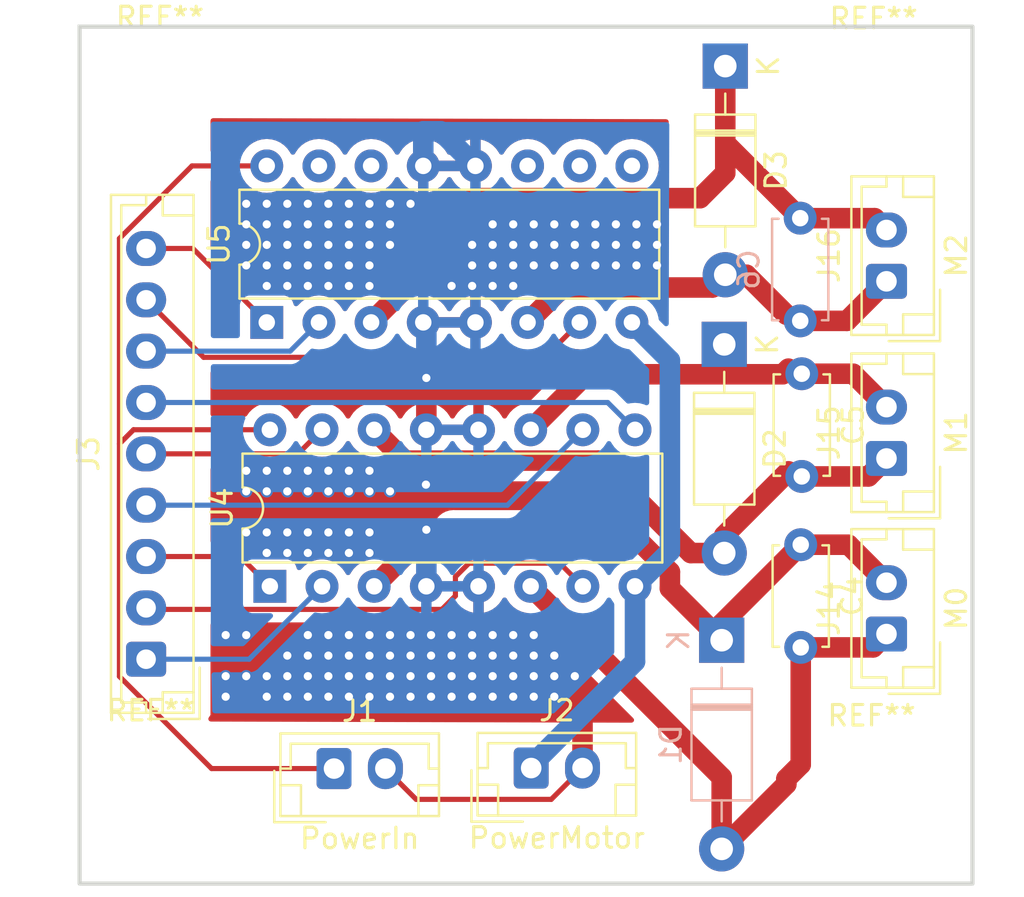
<source format=kicad_pcb>
(kicad_pcb (version 20211014) (generator pcbnew)
  (layers (0 "F.Cu" signal) (31 "B.Cu" signal) (34 "B.Paste" user) (35 "F.Paste" user) (36 "B.SilkS" user "B.Silkscreen") (37 "F.SilkS" user "F.Silkscreen") (38 "B.Mask" user) (39 "F.Mask" user) (44 "Edge.Cuts" user))
  (net 0 "")
  (net 1 "Net-(C5-Pad1)")
  (net 2 "Net-(C4-Pad1)")
  (net 3 "4.5V")
  (net 4 "Net-(C4-Pad2)")
  (net 5 "Net-(C6-Pad2)")
  (net 6 "Net-(J3-Pad5)")
  (net 7 "Net-(J3-Pad2)")
  (net 8 "Net-(J3-Pad4)")
  (net 9 "Net-(J3-Pad1)")
  (net 10 "Net-(J3-Pad6)")
  (net 11 "Net-(J3-Pad3)")
  (net 13 "Net-(J3-Pad8)")
  (net 17 "Net-(J3-Pad7)")
  (net 19 "Net-(J3-Pad9)")
  (net 20 "Net-(C6-Pad1)")
  (net 21 "Vm")
  (net 22 "Net-(C5-Pad2)")
  (net 23 "Gm")
  (footprint "custom:DIP-16_W7.62mm" (layer "F.Cu") (at 51.15 67.625 90)
    (fp_text reference "U4" (at 3.81 -2.33 90) (layer "F.SilkS"))
    (fp_text value "L293D")
    (fp_line (start 6.46 -1.33) (end 4.81 -1.33) (layer "F.SilkS") (width 0.12))
    (fp_line (start 2.81 -1.33) (end 1.16 -1.33) (layer "F.SilkS") (width 0.12))
    (fp_line (start 1.16 -1.33) (end 1.16 19.11) (layer "F.SilkS") (width 0.12))
    (fp_line (start 6.46 19.11) (end 6.46 -1.33) (layer "F.SilkS") (width 0.12))
    (fp_line (start 1.16 19.11) (end 6.46 19.11) (layer "F.SilkS") (width 0.12))
    (fp_arc (start 4.81 -1.33) (mid 3.81 -0.33) (end 2.81 -1.33) (layer "F.SilkS") (width 0.12))
    (pad "1" thru_hole rect locked (at 0 0 90) (size 1.6 1.6) (drill 0.8) (layers *.Cu *.Mask) (net 11 "Net-(J3-Pad3)"))
    (pad "2" thru_hole oval locked (at 0 2.54 90) (size 1.6 1.6) (drill 0.8) (layers *.Cu *.Mask) (net 9 "Net-(J3-Pad1)"))
    (pad "3" thru_hole oval locked (at 0 5.08 90) (size 1.6 1.6) (drill 0.8) (layers *.Cu *.Mask) (net 2 "Net-(C4-Pad1)"))
    (pad "4" thru_hole oval locked (at 0 7.62 90) (size 1.6 1.6) (drill 0.8) (layers *.Cu *.Mask) (net 23 "Gm"))
    (pad "5" thru_hole oval locked (at 0 10.16 90) (size 1.6 1.6) (drill 0.8) (layers *.Cu *.Mask) (net 23 "Gm"))
    (pad "6" thru_hole oval locked (at 0 12.7 90) (size 1.6 1.6) (drill 0.8) (layers *.Cu *.Mask) (net 4 "Net-(C4-Pad2)"))
    (pad "7" thru_hole oval locked (at 0 15.24 90) (size 1.6 1.6) (drill 0.8) (layers *.Cu *.Mask) (net 7 "Net-(J3-Pad2)"))
    (pad "8" thru_hole oval locked (at 0 17.78 90) (size 1.6 1.6) (drill 0.8) (layers *.Cu *.Mask) (net 21 "Vm"))
    (pad "9" thru_hole oval locked (at 7.62 17.78 90) (size 1.6 1.6) (drill 0.8) (layers *.Cu *.Mask) (net 10 "Net-(J3-Pad6)"))
    (pad "10" thru_hole oval locked (at 7.62 15.24 90) (size 1.6 1.6) (drill 0.8) (layers *.Cu *.Mask) (net 8 "Net-(J3-Pad4)"))
    (pad "11" thru_hole oval locked (at 7.62 12.7 90) (size 1.6 1.6) (drill 0.8) (layers *.Cu *.Mask) (net 1 "Net-(C5-Pad1)"))
    (pad "12" thru_hole oval locked (at 7.62 10.16 90) (size 1.6 1.6) (drill 0.8) (layers *.Cu *.Mask) (net 23 "Gm"))
    (pad "13" thru_hole oval locked (at 7.62 7.62 90) (size 1.6 1.6) (drill 0.8) (layers *.Cu *.Mask) (net 23 "Gm"))
    (pad "14" thru_hole oval locked (at 7.62 5.08 90) (size 1.6 1.6) (drill 0.8) (layers *.Cu *.Mask) (net 22 "Net-(C5-Pad2)"))
    (pad "15" thru_hole oval locked (at 7.62 2.54 90) (size 1.6 1.6) (drill 0.8) (layers *.Cu *.Mask) (net 6 "Net-(J3-Pad5)"))
    (pad "16" thru_hole oval locked (at 7.62 0 90) (size 1.6 1.6) (drill 0.8) (layers *.Cu *.Mask) (net 3 "4.5V"))
  )
  (footprint "Capacitor_THT:C_Disc_D4.7mm_W2.5mm_P5.00mm" (layer "F.Cu") (at 77.05 57.275 -90)
    (fp_text reference "C5" (at 2.5 -2.5 90) (layer "F.SilkS"))
    (fp_text value "C_Small")
    (fp_line (start 4.97 -1.37) (end 4.97 -1.055) (layer "F.SilkS") (width 0.12))
    (fp_line (start 0.03 -1.37) (end 0.03 -1.055) (layer "F.SilkS") (width 0.12))
    (fp_line (start 0.03 -1.37) (end 4.97 -1.37) (layer "F.SilkS") (width 0.12))
    (fp_line (start 4.97 1.055) (end 4.97 1.37) (layer "F.SilkS") (width 0.12))
    (fp_line (start 0.03 1.37) (end 4.97 1.37) (layer "F.SilkS") (width 0.12))
    (fp_line (start 0.03 1.055) (end 0.03 1.37) (layer "F.SilkS") (width 0.12))
    (pad "1" thru_hole circle (at 0 0 270) (size 1.6 1.6) (drill 0.8) (layers *.Cu *.Mask) (net 1 "Net-(C5-Pad1)"))
    (pad "2" thru_hole circle (at 5 0 270) (size 1.6 1.6) (drill 0.8) (layers *.Cu *.Mask) (net 22 "Net-(C5-Pad2)"))
  )
  (footprint "custom:JST_EH_B2B-EH-A_1x02_P2.50mm_Vertical" (layer "F.Cu") (at 81.175 69.95 90)
    (fp_text reference "J14" (at 1.25 -2.8 90) (layer "F.SilkS"))
    (fp_text value "M0" (at 1.25 3.4 90) (layer "F.SilkS"))
    (fp_line (start -2.91 0.11) (end -2.91 2.61) (layer "F.SilkS") (width 0.12))
    (fp_line (start 5.11 0.81) (end 4.11 0.81) (layer "F.SilkS") (width 0.12))
    (fp_line (start 4.61 0) (end 5.11 0) (layer "F.SilkS") (width 0.12))
    (fp_line (start 4.11 0.81) (end 4.11 2.31) (layer "F.SilkS") (width 0.12))
    (fp_line (start -2.11 0) (end -2.11 -1.21) (layer "F.SilkS") (width 0.12))
    (fp_line (start -2.61 0.81) (end -1.61 0.81) (layer "F.SilkS") (width 0.12))
    (fp_line (start 5.11 -1.71) (end -2.61 -1.71) (layer "F.SilkS") (width 0.12))
    (fp_line (start -2.61 0) (end -2.11 0) (layer "F.SilkS") (width 0.12))
    (fp_line (start -2.61 2.31) (end 5.11 2.31) (layer "F.SilkS") (width 0.12))
    (fp_line (start -2.11 -1.21) (end 4.61 -1.21) (layer "F.SilkS") (width 0.12))
    (fp_line (start 4.61 -1.21) (end 4.61 0) (layer "F.SilkS") (width 0.12))
    (fp_line (start 5.11 2.31) (end 5.11 -1.71) (layer "F.SilkS") (width 0.12))
    (fp_line (start -2.91 2.61) (end -0.41 2.61) (layer "F.SilkS") (width 0.12))
    (fp_line (start -1.61 0.81) (end -1.61 2.31) (layer "F.SilkS") (width 0.12))
    (fp_line (start -2.61 -1.71) (end -2.61 2.31) (layer "F.SilkS") (width 0.12))
    (pad "1" thru_hole roundrect locked (at 0 0 90) (size 1.7 2) (drill 1) (layers *.Cu *.Mask) (roundrect_rratio 0.147059) (net 4 "Net-(C4-Pad2)"))
    (pad "2" thru_hole oval locked (at 2.5 0 90) (size 1.7 2) (drill 1) (layers *.Cu *.Mask) (net 2 "Net-(C4-Pad1)"))
  )
  (footprint "Capacitor_THT:C_Disc_D4.7mm_W2.5mm_P5.00mm" (layer "F.Cu") (at 77 65.6 -90)
    (fp_text reference "C4" (at 2.5 -2.5 90) (layer "F.SilkS"))
    (fp_text value "C_Small")
    (fp_line (start 4.97 -1.37) (end 4.97 -1.055) (layer "F.SilkS") (width 0.12))
    (fp_line (start 0.03 -1.37) (end 4.97 -1.37) (layer "F.SilkS") (width 0.12))
    (fp_line (start 0.03 1.37) (end 4.97 1.37) (layer "F.SilkS") (width 0.12))
    (fp_line (start 4.97 1.055) (end 4.97 1.37) (layer "F.SilkS") (width 0.12))
    (fp_line (start 0.03 1.055) (end 0.03 1.37) (layer "F.SilkS") (width 0.12))
    (fp_line (start 0.03 -1.37) (end 0.03 -1.055) (layer "F.SilkS") (width 0.12))
    (pad "1" thru_hole circle (at 0 0 270) (size 1.6 1.6) (drill 0.8) (layers *.Cu *.Mask) (net 2 "Net-(C4-Pad1)"))
    (pad "2" thru_hole circle (at 5 0 270) (size 1.6 1.6) (drill 0.8) (layers *.Cu *.Mask) (net 4 "Net-(C4-Pad2)"))
  )
  (footprint "Diode_THT:D_DO-41_SOD81_P10.16mm_Horizontal" (layer "F.Cu") (at 73.325 42.295 -90)
    (fp_text reference "D3" (at 5.08 -2.47 90) (layer "F.SilkS"))
    (fp_text value "1N4001")
    (fp_text user "K" (at 0 -2.1 90) (layer "F.SilkS"))
    (fp_line (start 3.38 -1.47) (end 3.38 1.47) (layer "F.SilkS") (width 0.12))
    (fp_line (start 7.8 -1.47) (end 2.36 -1.47) (layer "F.SilkS") (width 0.12))
    (fp_line (start 7.8 1.47) (end 7.8 -1.47) (layer "F.SilkS") (width 0.12))
    (fp_line (start 8.82 0) (end 7.8 0) (layer "F.SilkS") (width 0.12))
    (fp_line (start 2.36 -1.47) (end 2.36 1.47) (layer "F.SilkS") (width 0.12))
    (fp_line (start 3.14 -1.47) (end 3.14 1.47) (layer "F.SilkS") (width 0.12))
    (fp_line (start 1.34 0) (end 2.36 0) (layer "F.SilkS") (width 0.12))
    (fp_line (start 3.26 -1.47) (end 3.26 1.47) (layer "F.SilkS") (width 0.12))
    (fp_line (start 2.36 1.47) (end 7.8 1.47) (layer "F.SilkS") (width 0.12))
    (pad "1" thru_hole rect (at 0 0 270) (size 2.2 2.2) (drill 1.1) (layers *.Cu *.Mask) (net 20 "Net-(C6-Pad1)"))
    (pad "2" thru_hole oval (at 10.16 0 270) (size 2.2 2.2) (drill 1.1) (layers *.Cu *.Mask) (net 5 "Net-(C6-Pad2)"))
  )
  (footprint "custom:JST_EH_B2B-EH-A_1x02_P2.50mm_Vertical" (layer "F.Cu") (at 81.175 61.4 90)
    (fp_text reference "J15" (at 1.25 -2.8 90) (layer "F.SilkS"))
    (fp_text value "M1" (at 1.25 3.4 90) (layer "F.SilkS"))
    (fp_line (start -2.61 2.31) (end 5.11 2.31) (layer "F.SilkS") (width 0.12))
    (fp_line (start 5.11 2.31) (end 5.11 -1.71) (layer "F.SilkS") (width 0.12))
    (fp_line (start -2.91 2.61) (end -0.41 2.61) (layer "F.SilkS") (width 0.12))
    (fp_line (start -2.11 0) (end -2.11 -1.21) (layer "F.SilkS") (width 0.12))
    (fp_line (start 5.11 0.81) (end 4.11 0.81) (layer "F.SilkS") (width 0.12))
    (fp_line (start 5.11 -1.71) (end -2.61 -1.71) (layer "F.SilkS") (width 0.12))
    (fp_line (start -2.61 0) (end -2.11 0) (layer "F.SilkS") (width 0.12))
    (fp_line (start -1.61 0.81) (end -1.61 2.31) (layer "F.SilkS") (width 0.12))
    (fp_line (start -2.61 0.81) (end -1.61 0.81) (layer "F.SilkS") (width 0.12))
    (fp_line (start -2.61 -1.71) (end -2.61 2.31) (layer "F.SilkS") (width 0.12))
    (fp_line (start -2.11 -1.21) (end 4.61 -1.21) (layer "F.SilkS") (width 0.12))
    (fp_line (start 4.11 0.81) (end 4.11 2.31) (layer "F.SilkS") (width 0.12))
    (fp_line (start -2.91 0.11) (end -2.91 2.61) (layer "F.SilkS") (width 0.12))
    (fp_line (start 4.61 -1.21) (end 4.61 0) (layer "F.SilkS") (width 0.12))
    (fp_line (start 4.61 0) (end 5.11 0) (layer "F.SilkS") (width 0.12))
    (pad "1" thru_hole roundrect locked (at 0 0 90) (size 1.7 2) (drill 1) (layers *.Cu *.Mask) (roundrect_rratio 0.147059) (net 22 "Net-(C5-Pad2)"))
    (pad "2" thru_hole oval locked (at 2.5 0 90) (size 1.7 2) (drill 1) (layers *.Cu *.Mask) (net 1 "Net-(C5-Pad1)"))
  )
  (footprint "custom:MountingHole_3mm" (layer "F.Cu") (at 45.8 43.925)
    (fp_text reference "REF**" (at 0 -4) (layer "F.SilkS"))
    (fp_text value "MountingHole_3mm")
    (pad "" np_thru_hole circle locked (at 0 0) (size 3 3) (drill 3) (layers *.Cu *.Mask))
  )
  (footprint "custom:DIP-16_W7.62mm" (layer "F.Cu") (at 51 54.775 90)
    (fp_text reference "U5" (at 3.81 -2.33 90) (layer "F.SilkS"))
    (fp_text value "L293D")
    (fp_line (start 1.16 -1.33) (end 1.16 19.11) (layer "F.SilkS") (width 0.12))
    (fp_line (start 1.16 19.11) (end 6.46 19.11) (layer "F.SilkS") (width 0.12))
    (fp_line (start 6.46 -1.33) (end 4.81 -1.33) (layer "F.SilkS") (width 0.12))
    (fp_line (start 2.81 -1.33) (end 1.16 -1.33) (layer "F.SilkS") (width 0.12))
    (fp_line (start 6.46 19.11) (end 6.46 -1.33) (layer "F.SilkS") (width 0.12))
    (fp_arc (start 4.81 -1.33) (mid 3.81 -0.33) (end 2.81 -1.33) (layer "F.SilkS") (width 0.12))
    (pad "1" thru_hole rect locked (at 0 0 90) (size 1.6 1.6) (drill 0.8) (layers *.Cu *.Mask) (net 19 "Net-(J3-Pad9)"))
    (pad "2" thru_hole oval locked (at 0 2.54 90) (size 1.6 1.6) (drill 0.8) (layers *.Cu *.Mask) (net 17 "Net-(J3-Pad7)"))
    (pad "3" thru_hole oval locked (at 0 5.08 90) (size 1.6 1.6) (drill 0.8) (layers *.Cu *.Mask) (net 20 "Net-(C6-Pad1)"))
    (pad "4" thru_hole oval locked (at 0 7.62 90) (size 1.6 1.6) (drill 0.8) (layers *.Cu *.Mask) (net 23 "Gm"))
    (pad "5" thru_hole oval locked (at 0 10.16 90) (size 1.6 1.6) (drill 0.8) (layers *.Cu *.Mask) (net 23 "Gm"))
    (pad "6" thru_hole oval locked (at 0 12.7 90) (size 1.6 1.6) (drill 0.8) (layers *.Cu *.Mask) (net 5 "Net-(C6-Pad2)"))
    (pad "7" thru_hole oval locked (at 0 15.24 90) (size 1.6 1.6) (drill 0.8) (layers *.Cu *.Mask) (net 13 "Net-(J3-Pad8)"))
    (pad "8" thru_hole oval locked (at 0 17.78 90) (size 1.6 1.6) (drill 0.8) (layers *.Cu *.Mask) (net 21 "Vm"))
    (pad "9" thru_hole oval locked (at 7.62 17.78 90) (size 1.6 1.6) (drill 0.8) (layers *.Cu *.Mask))
    (pad "10" thru_hole oval locked (at 7.62 15.24 90) (size 1.6 1.6) (drill 0.8) (layers *.Cu *.Mask))
    (pad "11" thru_hole oval locked (at 7.62 12.7 90) (size 1.6 1.6) (drill 0.8) (layers *.Cu *.Mask))
    (pad "12" thru_hole oval locked (at 7.62 10.16 90) (size 1.6 1.6) (drill 0.8) (layers *.Cu *.Mask) (net 23 "Gm"))
    (pad "13" thru_hole oval locked (at 7.62 7.62 90) (size 1.6 1.6) (drill 0.8) (layers *.Cu *.Mask) (net 23 "Gm"))
    (pad "14" thru_hole oval locked (at 7.62 5.08 90) (size 1.6 1.6) (drill 0.8) (layers *.Cu *.Mask))
    (pad "15" thru_hole oval locked (at 7.62 2.54 90) (size 1.6 1.6) (drill 0.8) (layers *.Cu *.Mask))
    (pad "16" thru_hole oval locked (at 7.62 0 90) (size 1.6 1.6) (drill 0.8) (layers *.Cu *.Mask) (net 3 "4.5V"))
  )
  (footprint "custom:JST_EH_B2B-EH-A_1x02_P2.50mm_Vertical" (layer "F.Cu") (at 63.875 76.475)
    (fp_text reference "J2" (at 1.25 -2.8) (layer "F.SilkS"))
    (fp_text value "PowerMotor" (at 1.25 3.4) (layer "F.SilkS"))
    (fp_line (start -2.61 2.31) (end 5.11 2.31) (layer "F.SilkS") (width 0.12))
    (fp_line (start -1.61 0.81) (end -1.61 2.31) (layer "F.SilkS") (width 0.12))
    (fp_line (start 5.11 0.81) (end 4.11 0.81) (layer "F.SilkS") (width 0.12))
    (fp_line (start 4.61 -1.21) (end 4.61 0) (layer "F.SilkS") (width 0.12))
    (fp_line (start -2.61 0) (end -2.11 0) (layer "F.SilkS") (width 0.12))
    (fp_line (start -2.91 2.61) (end -0.41 2.61) (layer "F.SilkS") (width 0.12))
    (fp_line (start -2.11 -1.21) (end 4.61 -1.21) (layer "F.SilkS") (width 0.12))
    (fp_line (start -2.11 0) (end -2.11 -1.21) (layer "F.SilkS") (width 0.12))
    (fp_line (start -2.91 0.11) (end -2.91 2.61) (layer "F.SilkS") (width 0.12))
    (fp_line (start 4.11 0.81) (end 4.11 2.31) (layer "F.SilkS") (width 0.12))
    (fp_line (start -2.61 0.81) (end -1.61 0.81) (layer "F.SilkS") (width 0.12))
    (fp_line (start 5.11 -1.71) (end -2.61 -1.71) (layer "F.SilkS") (width 0.12))
    (fp_line (start -2.61 -1.71) (end -2.61 2.31) (layer "F.SilkS") (width 0.12))
    (fp_line (start 4.61 0) (end 5.11 0) (layer "F.SilkS") (width 0.12))
    (fp_line (start 5.11 2.31) (end 5.11 -1.71) (layer "F.SilkS") (width 0.12))
    (pad "1" thru_hole roundrect locked (at 0 0) (size 1.7 2) (drill 1) (layers *.Cu *.Mask) (roundrect_rratio 0.147059) (net 21 "Vm"))
    (pad "2" thru_hole oval locked (at 2.5 0) (size 1.7 2) (drill 1) (layers *.Cu *.Mask) (net 23 "Gm"))
  )
  (footprint "custom:JST_EH_B2B-EH-A_1x02_P2.50mm_Vertical" (layer "F.Cu") (at 54.275 76.5)
    (fp_text reference "J1" (at 1.25 -2.8) (layer "F.SilkS"))
    (fp_text value "PowerIn" (at 1.25 3.4) (layer "F.SilkS"))
    (fp_line (start -2.11 0) (end -2.11 -1.21) (layer "F.SilkS") (width 0.12))
    (fp_line (start 5.11 -1.71) (end -2.61 -1.71) (layer "F.SilkS") (width 0.12))
    (fp_line (start -2.11 -1.21) (end 4.61 -1.21) (layer "F.SilkS") (width 0.12))
    (fp_line (start -2.61 -1.71) (end -2.61 2.31) (layer "F.SilkS") (width 0.12))
    (fp_line (start 4.61 0) (end 5.11 0) (layer "F.SilkS") (width 0.12))
    (fp_line (start -1.61 0.81) (end -1.61 2.31) (layer "F.SilkS") (width 0.12))
    (fp_line (start -2.61 2.31) (end 5.11 2.31) (layer "F.SilkS") (width 0.12))
    (fp_line (start -2.91 2.61) (end -0.41 2.61) (layer "F.SilkS") (width 0.12))
    (fp_line (start -2.61 0.81) (end -1.61 0.81) (layer "F.SilkS") (width 0.12))
    (fp_line (start -2.61 0) (end -2.11 0) (layer "F.SilkS") (width 0.12))
    (fp_line (start 5.11 2.31) (end 5.11 -1.71) (layer "F.SilkS") (width 0.12))
    (fp_line (start -2.91 0.11) (end -2.91 2.61) (layer "F.SilkS") (width 0.12))
    (fp_line (start 5.11 0.81) (end 4.11 0.81) (layer "F.SilkS") (width 0.12))
    (fp_line (start 4.11 0.81) (end 4.11 2.31) (layer "F.SilkS") (width 0.12))
    (fp_line (start 4.61 -1.21) (end 4.61 0) (layer "F.SilkS") (width 0.12))
    (pad "1" thru_hole roundrect locked (at 0 0) (size 1.7 2) (drill 1) (layers *.Cu *.Mask) (roundrect_rratio 0.147059) (net 3 "4.5V"))
    (pad "2" thru_hole oval locked (at 2.5 0) (size 1.7 2) (drill 1) (layers *.Cu *.Mask) (net 23 "Gm"))
  )
  (footprint "custom:MountingHole_3mm" (layer "F.Cu") (at 80.45 77.925)
    (fp_text reference "REF**" (at 0 -4) (layer "F.SilkS"))
    (fp_text value "MountingHole_3mm")
    (pad "" np_thru_hole circle locked (at 0 0) (size 3 3) (drill 3) (layers *.Cu *.Mask))
  )
  (footprint "custom:JST_EH_B2B-EH-A_1x02_P2.50mm_Vertical" (layer "F.Cu") (at 81.175 52.775 90)
    (fp_text reference "J16" (at 1.25 -2.8 90) (layer "F.SilkS"))
    (fp_text value "M2" (at 1.25 3.4 90) (layer "F.SilkS"))
    (fp_line (start 5.11 -1.71) (end -2.61 -1.71) (layer "F.SilkS") (width 0.12))
    (fp_line (start -1.61 0.81) (end -1.61 2.31) (layer "F.SilkS") (width 0.12))
    (fp_line (start -2.61 0.81) (end -1.61 0.81) (layer "F.SilkS") (width 0.12))
    (fp_line (start 4.11 0.81) (end 4.11 2.31) (layer "F.SilkS") (width 0.12))
    (fp_line (start -2.61 0) (end -2.11 0) (layer "F.SilkS") (width 0.12))
    (fp_line (start -2.61 2.31) (end 5.11 2.31) (layer "F.SilkS") (width 0.12))
    (fp_line (start -2.91 2.61) (end -0.41 2.61) (layer "F.SilkS") (width 0.12))
    (fp_line (start -2.61 -1.71) (end -2.61 2.31) (layer "F.SilkS") (width 0.12))
    (fp_line (start -2.11 0) (end -2.11 -1.21) (layer "F.SilkS") (width 0.12))
    (fp_line (start -2.91 0.11) (end -2.91 2.61) (layer "F.SilkS") (width 0.12))
    (fp_line (start 4.61 0) (end 5.11 0) (layer "F.SilkS") (width 0.12))
    (fp_line (start 5.11 0.81) (end 4.11 0.81) (layer "F.SilkS") (width 0.12))
    (fp_line (start 4.61 -1.21) (end 4.61 0) (layer "F.SilkS") (width 0.12))
    (fp_line (start 5.11 2.31) (end 5.11 -1.71) (layer "F.SilkS") (width 0.12))
    (fp_line (start -2.11 -1.21) (end 4.61 -1.21) (layer "F.SilkS") (width 0.12))
    (pad "1" thru_hole roundrect locked (at 0 0 90) (size 1.7 2) (drill 1) (layers *.Cu *.Mask) (roundrect_rratio 0.147059) (net 5 "Net-(C6-Pad2)"))
    (pad "2" thru_hole oval locked (at 2.5 0 90) (size 1.7 2) (drill 1) (layers *.Cu *.Mask) (net 20 "Net-(C6-Pad1)"))
  )
  (footprint "custom:MountingHole_3mm" (layer "F.Cu") (at 80.55 43.975)
    (fp_text reference "REF**" (at 0 -4) (layer "F.SilkS"))
    (fp_text value "MountingHole_3mm")
    (pad "" np_thru_hole circle locked (at 0 0) (size 3 3) (drill 3) (layers *.Cu *.Mask))
  )
  (footprint "Connector_JST:JST_EH_B9B-EH-A_1x09_P2.50mm_Vertical" (layer "F.Cu") (at 45.125 71.175 90)
    (fp_text reference "J3" (at 10 -2.8 90) (layer "F.SilkS"))
    (fp_text value "Conn_01x09_Male")
    (fp_line (start -2.61 0.81) (end -1.61 0.81) (layer "F.SilkS") (width 0.12))
    (fp_line (start 22.61 -1.71) (end -2.61 -1.71) (layer "F.SilkS") (width 0.12))
    (fp_line (start -2.61 0) (end -2.11 0) (layer "F.SilkS") (width 0.12))
    (fp_line (start 22.61 2.31) (end 22.61 -1.71) (layer "F.SilkS") (width 0.12))
    (fp_line (start 22.11 0) (end 22.61 0) (layer "F.SilkS") (width 0.12))
    (fp_line (start -2.91 0.11) (end -2.91 2.61) (layer "F.SilkS") (width 0.12))
    (fp_line (start 22.61 0.81) (end 21.61 0.81) (layer "F.SilkS") (width 0.12))
    (fp_line (start -2.91 2.61) (end -0.41 2.61) (layer "F.SilkS") (width 0.12))
    (fp_line (start 22.11 -1.21) (end 22.11 0) (layer "F.SilkS") (width 0.12))
    (fp_line (start 21.61 0.81) (end 21.61 2.31) (layer "F.SilkS") (width 0.12))
    (fp_line (start -2.61 -1.71) (end -2.61 2.31) (layer "F.SilkS") (width 0.12))
    (fp_line (start -2.61 2.31) (end 22.61 2.31) (layer "F.SilkS") (width 0.12))
    (fp_line (start -1.61 0.81) (end -1.61 2.31) (layer "F.SilkS") (width 0.12))
    (fp_line (start -2.11 0) (end -2.11 -1.21) (layer "F.SilkS") (width 0.12))
    (fp_line (start -2.11 -1.21) (end 22.11 -1.21) (layer "F.SilkS") (width 0.12))
    (pad "1" thru_hole roundrect (at 0 0 90) (size 1.7 1.95) (drill 0.95) (layers *.Cu *.Mask) (roundrect_rratio 0.147059) (net 9 "Net-(J3-Pad1)"))
    (pad "2" thru_hole oval (at 2.5 0 90) (size 1.7 1.95) (drill 0.95) (layers *.Cu *.Mask) (net 7 "Net-(J3-Pad2)"))
    (pad "3" thru_hole oval (at 5 0 90) (size 1.7 1.95) (drill 0.95) (layers *.Cu *.Mask) (net 11 "Net-(J3-Pad3)"))
    (pad "4" thru_hole oval (at 7.5 0 90) (size 1.7 1.95) (drill 0.95) (layers *.Cu *.Mask) (net 8 "Net-(J3-Pad4)"))
    (pad "5" thru_hole oval (at 10 0 90) (size 1.7 1.95) (drill 0.95) (layers *.Cu *.Mask) (net 6 "Net-(J3-Pad5)"))
    (pad "6" thru_hole oval (at 12.5 0 90) (size 1.7 1.95) (drill 0.95) (layers *.Cu *.Mask) (net 10 "Net-(J3-Pad6)"))
    (pad "7" thru_hole oval (at 15 0 90) (size 1.7 1.95) (drill 0.95) (layers *.Cu *.Mask) (net 17 "Net-(J3-Pad7)"))
    (pad "8" thru_hole oval (at 17.5 0 90) (size 1.7 1.95) (drill 0.95) (layers *.Cu *.Mask) (net 13 "Net-(J3-Pad8)"))
    (pad "9" thru_hole oval (at 20 0 90) (size 1.7 1.95) (drill 0.95) (layers *.Cu *.Mask) (net 19 "Net-(J3-Pad9)"))
  )
  (footprint "custom:MountingHole_3mm" (layer "F.Cu") (at 45.35 77.675)
    (fp_text reference "REF**" (at 0 -4) (layer "F.SilkS"))
    (fp_text value "MountingHole_3mm")
    (pad "" np_thru_hole circle locked (at 0 0) (size 3 3) (drill 3) (layers *.Cu *.Mask))
  )
  (footprint "Diode_THT:D_DO-41_SOD81_P10.16mm_Horizontal" (layer "F.Cu") (at 73.275 55.845 -90)
    (fp_text reference "D2" (at 5.08 -2.47 90) (layer "F.SilkS"))
    (fp_text value "1N4001")
    (fp_text user "K" (at 0 -2.1 90) (layer "F.SilkS"))
    (fp_line (start 3.14 -1.47) (end 3.14 1.47) (layer "F.SilkS") (width 0.12))
    (fp_line (start 1.34 0) (end 2.36 0) (layer "F.SilkS") (width 0.12))
    (fp_line (start 2.36 -1.47) (end 2.36 1.47) (layer "F.SilkS") (width 0.12))
    (fp_line (start 2.36 1.47) (end 7.8 1.47) (layer "F.SilkS") (width 0.12))
    (fp_line (start 8.82 0) (end 7.8 0) (layer "F.SilkS") (width 0.12))
    (fp_line (start 7.8 1.47) (end 7.8 -1.47) (layer "F.SilkS") (width 0.12))
    (fp_line (start 3.38 -1.47) (end 3.38 1.47) (layer "F.SilkS") (width 0.12))
    (fp_line (start 7.8 -1.47) (end 2.36 -1.47) (layer "F.SilkS") (width 0.12))
    (fp_line (start 3.26 -1.47) (end 3.26 1.47) (layer "F.SilkS") (width 0.12))
    (pad "1" thru_hole rect (at 0 0 270) (size 2.2 2.2) (drill 1.1) (layers *.Cu *.Mask) (net 1 "Net-(C5-Pad1)"))
    (pad "2" thru_hole oval (at 10.16 0 270) (size 2.2 2.2) (drill 1.1) (layers *.Cu *.Mask) (net 22 "Net-(C5-Pad2)"))
  )
  (footprint "Diode_THT:D_DO-41_SOD81_P10.16mm_Horizontal" (layer "B.Cu") (at 73.15 70.25 -90)
    (fp_text reference "D1" (at 5.08 2.47 90) (layer "B.SilkS") (effects (justify mirror)))
    (fp_text value "1N4001")
    (fp_text user "K" (at 0 2.1 90) (layer "B.SilkS") (effects (justify mirror)))
    (fp_line (start 2.36 -1.47) (end 7.8 -1.47) (layer "B.SilkS") (width 0.12))
    (fp_line (start 7.8 -1.47) (end 7.8 1.47) (layer "B.SilkS") (width 0.12))
    (fp_line (start 7.8 1.47) (end 2.36 1.47) (layer "B.SilkS") (width 0.12))
    (fp_line (start 1.34 0) (end 2.36 0) (layer "B.SilkS") (width 0.12))
    (fp_line (start 3.38 1.47) (end 3.38 -1.47) (layer "B.SilkS") (width 0.12))
    (fp_line (start 2.36 1.47) (end 2.36 -1.47) (layer "B.SilkS") (width 0.12))
    (fp_line (start 3.14 1.47) (end 3.14 -1.47) (layer "B.SilkS") (width 0.12))
    (fp_line (start 3.26 1.47) (end 3.26 -1.47) (layer "B.SilkS") (width 0.12))
    (fp_line (start 8.82 0) (end 7.8 0) (layer "B.SilkS") (width 0.12))
    (pad "1" thru_hole rect (at 0 0 270) (size 2.2 2.2) (drill 1.1) (layers *.Cu *.Mask) (net 2 "Net-(C4-Pad1)"))
    (pad "2" thru_hole oval (at 10.16 0 270) (size 2.2 2.2) (drill 1.1) (layers *.Cu *.Mask) (net 4 "Net-(C4-Pad2)"))
  )
  (footprint "Capacitor_THT:C_Disc_D4.7mm_W2.5mm_P5.00mm" (layer "B.Cu") (at 76.975 49.7 -90)
    (fp_text reference "C6" (at 2.5 2.5 90) (layer "B.SilkS") (effects (justify mirror)))
    (fp_text value "C_Small")
    (fp_line (start 0.03 -1.055) (end 0.03 -1.37) (layer "B.SilkS") (width 0.12))
    (fp_line (start 0.03 1.37) (end 0.03 1.055) (layer "B.SilkS") (width 0.12))
    (fp_line (start 0.03 -1.37) (end 4.97 -1.37) (layer "B.SilkS") (width 0.12))
    (fp_line (start 4.97 1.37) (end 4.97 1.055) (layer "B.SilkS") (width 0.12))
    (fp_line (start 0.03 1.37) (end 4.97 1.37) (layer "B.SilkS") (width 0.12))
    (fp_line (start 4.97 -1.055) (end 4.97 -1.37) (layer "B.SilkS") (width 0.12))
    (pad "1" thru_hole circle (at 0 0 270) (size 1.6 1.6) (drill 0.8) (layers *.Cu *.Mask) (net 20 "Net-(C6-Pad1)"))
    (pad "2" thru_hole circle (at 5 0 270) (size 1.6 1.6) (drill 0.8) (layers *.Cu *.Mask) (net 5 "Net-(C6-Pad2)"))
  )
  (gr_rect (start 41.8875 40.375) (end 85.3625 82.1) (layer "Edge.Cuts") (width 0.2) (fill none))
  (segment (start 66.555 57.3) (end 63.85 60.005) (width 1) (layer "F.Cu") (net 1))
  (segment (start 73.41 57.3) (end 76.125 57.3) (width 1) (layer "F.Cu") (net 1))
  (segment (start 73.275 55.845) (end 73.275 57.165) (width 1) (layer "F.Cu") (net 1))
  (segment (start 66.555 57.3) (end 73.41 57.3) (width 1) (layer "F.Cu") (net 1))
  (segment (start 77.05 57.275) (end 79.55 57.275) (width 1) (layer "F.Cu") (net 1))
  (segment (start 79.55 57.275) (end 81.175 58.9) (width 1) (layer "F.Cu") (net 1))
  (segment (start 76.125 57.3) (end 76.4 57.025) (width 1) (layer "F.Cu") (net 1))
  (segment (start 73.275 57.165) (end 73.41 57.3) (width 1) (layer "F.Cu") (net 1))
  (segment (start 77 65.6) (end 79.325 65.6) (width 1) (layer "F.Cu") (net 2))
  (segment (start 60.1 65.45) (end 60.1 64.925) (width 1) (layer "F.Cu") (net 2))
  (segment (start 59.624511 65.925489) (end 60.1 65.45) (width 1) (layer "F.Cu") (net 2))
  (segment (start 57.929511 65.925489) (end 59.624511 65.925489) (width 1) (layer "F.Cu") (net 2))
  (segment (start 73.15 69.45) (end 77 65.6) (width 1) (layer "F.Cu") (net 2))
  (segment (start 79.325 65.6) (end 81.175 67.45) (width 1) (layer "F.Cu") (net 2))
  (segment (start 73.15 70.25) (end 70.629511 67.729511) (width 1) (layer "F.Cu") (net 2))
  (segment (start 56.4275 67.4275) (end 57.929511 65.925489) (width 1) (layer "F.Cu") (net 2))
  (segment (start 70.629511 67.729511) (end 70.629511 66.921038) (width 1) (layer "F.Cu") (net 2))
  (segment (start 68.633472 64.925) (end 70.629511 66.921038) (width 1) (layer "F.Cu") (net 2))
  (segment (start 56.23 67.625) (end 56.4275 67.4275) (width 1) (layer "F.Cu") (net 2))
  (segment (start 60.1 64.925) (end 68.633472 64.925) (width 1) (layer "F.Cu") (net 2))
  (segment (start 73.15 70.25) (end 73.15 69.45) (width 1) (layer "F.Cu") (net 2))
  (segment (start 47.358978 47.155) (end 43.82548 50.688498) (width 0.25) (layer "F.Cu") (net 3))
  (segment (start 43.82548 60.688498) (end 44.513498 60.00048) (width 0.25) (layer "F.Cu") (net 3))
  (segment (start 54.275 76.5) (end 48.312507 76.5) (width 0.25) (layer "F.Cu") (net 3))
  (segment (start 51 47.155) (end 47.358978 47.155) (width 0.25) (layer "F.Cu") (net 3))
  (segment (start 43.82548 72.012973) (end 43.82548 50.688498) (width 0.25) (layer "F.Cu") (net 3))
  (segment (start 44.513498 60.00048) (end 51.14548 60.00048) (width 0.25) (layer "F.Cu") (net 3))
  (segment (start 48.312507 76.5) (end 43.82548 72.012973) (width 0.25) (layer "F.Cu") (net 3))
  (segment (start 51.14548 60.00048) (end 51.15 60.005) (width 0.25) (layer "F.Cu") (net 3))
  (segment (start 80.525 70.6) (end 81.175 69.95) (width 1) (layer "F.Cu") (net 4))
  (segment (start 77 76.3) (end 77 70.6) (width 1) (layer "F.Cu") (net 4))
  (segment (start 73.15 76.925) (end 63.85 67.625) (width 1) (layer "F.Cu") (net 4))
  (segment (start 76.3 77) (end 77 76.3) (width 1) (layer "F.Cu") (net 4))
  (segment (start 76.3 77.26) (end 76.3 77) (width 1) (layer "F.Cu") (net 4))
  (segment (start 73.15 80.41) (end 73.15 76.925) (width 1) (layer "F.Cu") (net 4))
  (segment (start 77 70.6) (end 80.525 70.6) (width 1) (layer "F.Cu") (net 4))
  (segment (start 76.3 77.26) (end 73.15 80.41) (width 1) (layer "F.Cu") (net 4))
  (segment (start 73.325 52.455) (end 74.355 52.455) (width 1) (layer "F.Cu") (net 5))
  (segment (start 76.975 54.7) (end 79.25 54.7) (width 1) (layer "F.Cu") (net 5))
  (segment (start 72.704511 53.075489) (end 73.325 52.455) (width 1) (layer "F.Cu") (net 5))
  (segment (start 65.399511 53.075489) (end 72.704511 53.075489) (width 1) (layer "F.Cu") (net 5))
  (segment (start 65.399511 53.075489) (end 63.7 54.775) (width 1) (layer "F.Cu") (net 5))
  (segment (start 74.355 52.455) (end 76.3 54.4) (width 1) (layer "F.Cu") (net 5))
  (segment (start 79.25 54.7) (end 81.175 52.775) (width 1) (layer "F.Cu") (net 5))
  (segment (start 52.52 61.175) (end 53.69 60.005) (width 0.25) (layer "F.Cu") (net 6))
  (segment (start 45.125 61.175) (end 52.52 61.175) (width 0.25) (layer "F.Cu") (net 6))
  (segment (start 59.526767 68.749511) (end 60.185489 68.090789) (width 0.25) (layer "F.Cu") (net 7))
  (segment (start 60.185489 67.159211) (end 60.844211 66.500489) (width 0.25) (layer "F.Cu") (net 7))
  (segment (start 65.265489 66.500489) (end 66.39 67.625) (width 0.25) (layer "F.Cu") (net 7))
  (segment (start 45.199511 68.749511) (end 59.526767 68.749511) (width 0.25) (layer "F.Cu") (net 7))
  (segment (start 60.844211 66.500489) (end 65.265489 66.500489) (width 0.25) (layer "F.Cu") (net 7))
  (segment (start 60.185489 68.090789) (end 60.185489 67.159211) (width 0.25) (layer "F.Cu") (net 7))
  (segment (start 45.125 68.675) (end 45.199511 68.749511) (width 0.25) (layer "F.Cu") (net 7))
  (segment (start 62.72 63.675) (end 66.39 60.005) (width 0.25) (layer "B.Cu") (net 8))
  (segment (start 45.125 63.675) (end 62.72 63.675) (width 0.25) (layer "B.Cu") (net 8))
  (segment (start 50.14 71.175) (end 53.69 67.625) (width 0.25) (layer "B.Cu") (net 9))
  (segment (start 45.125 71.175) (end 50.14 71.175) (width 0.25) (layer "B.Cu") (net 9))
  (segment (start 67.6 58.675) (end 68.93 60.005) (width 0.25) (layer "B.Cu") (net 10))
  (segment (start 45.125 58.675) (end 67.6 58.675) (width 0.25) (layer "B.Cu") (net 10))
  (segment (start 45.125 66.175) (end 49.7 66.175) (width 0.25) (layer "F.Cu") (net 11))
  (segment (start 49.7 66.175) (end 51.15 67.625) (width 0.25) (layer "F.Cu") (net 11))
  (segment (start 64.53952 56.47548) (end 66.24 54.775) (width 0.25) (layer "F.Cu") (net 13))
  (segment (start 47.92548 56.47548) (end 64.53952 56.47548) (width 0.25) (layer "F.Cu") (net 13))
  (segment (start 45.125 53.675) (end 47.92548 56.47548) (width 0.25) (layer "F.Cu") (net 13))
  (segment (start 52.14 56.175) (end 53.54 54.775) (width 0.25) (layer "B.Cu") (net 17))
  (segment (start 45.125 56.175) (end 52.14 56.175) (width 0.25) (layer "B.Cu") (net 17))
  (segment (start 47.4 51.175) (end 51 54.775) (width 0.25) (layer "F.Cu") (net 19))
  (segment (start 45.125 51.175) (end 47.4 51.175) (width 0.25) (layer "F.Cu") (net 19))
  (segment (start 56.08 54.775) (end 58.979031 51.875969) (width 1) (layer "F.Cu") (net 20))
  (segment (start 76.975 49.7) (end 80.6 49.7) (width 1) (layer "F.Cu") (net 20))
  (segment (start 58.979031 51.875969) (end 58.979031 50.820969) (width 1) (layer "F.Cu") (net 20))
  (segment (start 72.1 48.725) (end 73.325 47.5) (width 1) (layer "F.Cu") (net 20))
  (segment (start 73.325 47.5) (end 73.325 42.295) (width 1) (layer "F.Cu") (net 20))
  (segment (start 73.325 46.05) (end 76.975 49.7) (width 1) (layer "F.Cu") (net 20))
  (segment (start 80.6 49.7) (end 81.175 50.275) (width 1) (layer "F.Cu") (net 20))
  (segment (start 58.979031 50.820969) (end 61.075 48.725) (width 1) (layer "F.Cu") (net 20))
  (segment (start 61.075 48.725) (end 72.1 48.725) (width 1) (layer "F.Cu") (net 20))
  (segment (start 68.93 71.295806) (end 68.93 67.625) (width 1) (layer "B.Cu") (net 21))
  (segment (start 68.93 67.625) (end 70.629511 65.925489) (width 1) (layer "B.Cu") (net 21))
  (segment (start 63.875 76.350806) (end 68.93 71.295806) (width 1) (layer "B.Cu") (net 21))
  (segment (start 63.875 76.475) (end 63.875 76.350806) (width 1) (layer "B.Cu") (net 21))
  (segment (start 70.629511 56.624511) (end 68.78 54.775) (width 1) (layer "B.Cu") (net 21))
  (segment (start 70.629511 65.925489) (end 70.629511 56.624511) (width 1) (layer "B.Cu") (net 21))
  (segment (start 57.729511 61.504511) (end 56.23 60.005) (width 1) (layer "F.Cu") (net 22))
  (segment (start 73.275 65.15) (end 76.4 62.025) (width 1) (layer "F.Cu") (net 22))
  (segment (start 67.144511 61.504511) (end 71.645 66.005) (width 1) (layer "F.Cu") (net 22))
  (segment (start 80.3 62.275) (end 81.175 61.4) (width 1) (layer "F.Cu") (net 22))
  (segment (start 67.144511 61.504511) (end 57.729511 61.504511) (width 1) (layer "F.Cu") (net 22))
  (segment (start 71.645 66.005) (end 73.275 66.005) (width 1) (layer "F.Cu") (net 22))
  (segment (start 73.275 66.005) (end 73.275 65.15) (width 1) (layer "F.Cu") (net 22))
  (segment (start 77.05 62.275) (end 80.3 62.275) (width 1) (layer "F.Cu") (net 22))
  (segment (start 64.85048 77.99952) (end 66.375 76.475) (width 0.25) (layer "F.Cu") (net 23))
  (segment (start 56.775 76.5) (end 58.27452 77.99952) (width 0.25) (layer "F.Cu") (net 23))
  (segment (start 58.75 62.675) (end 58.75 64.84952) (width 0.25) (layer "F.Cu") (net 23))
  (segment (start 58.27452 77.99952) (end 64.85048 77.99952) (width 0.25) (layer "F.Cu") (net 23))
  (segment (start 66.375 73.375) (end 65 72) (width 1) (layer "F.Cu") (net 23))
  (segment (start 66.375 76.475) (end 66.375 73.375) (width 1) (layer "F.Cu") (net 23))
  (segment (start 58.75 64.84952) (end 58.77 64.86952) (width 0.25) (layer "F.Cu") (net 23))
  (segment (start 58.77 60.005) (end 58.77 57.48) (width 1) (layer "F.Cu") (net 23))
  (via (at 53 65) (size 0.6) (drill 0.4) (layers "F.Cu" "B.Cu") (net 23))
  (via (at 52 66) (size 0.6) (drill 0.4) (layers "F.Cu" "B.Cu") (net 23))
  (via (at 51 66) (size 0.6) (drill 0.4) (layers "F.Cu" "B.Cu") (net 23))
  (via (at 53 51) (size 0.6) (drill 0.4) (layers "F.Cu" "B.Cu") (net 23))
  (via (at 53 49) (size 0.6) (drill 0.4) (layers "F.Cu" "B.Cu") (net 23))
  (via (at 59 72) (size 0.6) (drill 0.4) (layers "F.Cu" "B.Cu") (net 23))
  (via (at 58 71) (size 0.6) (drill 0.4) (layers "F.Cu" "B.Cu") (net 23))
  (via (at 52 63) (size 0.6) (drill 0.4) (layers "F.Cu" "B.Cu") (net 23))
  (via (at 59 70) (size 0.6) (drill 0.4) (layers "F.Cu" "B.Cu") (net 23))
  (via (at 57 63) (size 0.6) (drill 0.4) (layers "F.Cu" "B.Cu") (net 23))
  (via (at 54 66) (size 0.6) (drill 0.4) (layers "F.Cu" "B.Cu") (net 23))
  (via (at 65 73) (size 0.6) (drill 0.4) (layers "F.Cu" "B.Cu") (net 23))
  (via (at 54 63) (size 0.6) (drill 0.4) (layers "F.Cu" "B.Cu") (net 23))
  (via (at 63 70) (size 0.6) (drill 0.4) (layers "F.Cu" "B.Cu") (net 23))
  (via (at 51 52) (size 0.6) (drill 0.4) (layers "F.Cu" "B.Cu") (net 23))
  (via (at 65 72) (size 0.6) (drill 0.4) (layers "F.Cu" "B.Cu") (net 23))
  (via (at 58.77 57.48) (size 0.6) (drill 0.4) (layers "F.Cu" "B.Cu") (net 23))
  (via (at 56 51) (size 0.6) (drill 0.4) (layers "F.Cu" "B.Cu") (net 23))
  (via (at 59 71) (size 0.6) (drill 0.4) (layers "F.Cu" "B.Cu") (net 23))
  (via (at 52 53) (size 0.6) (drill 0.4) (layers "F.Cu" "B.Cu") (net 23))
  (via (at 55 71) (size 0.6) (drill 0.4) (layers "F.Cu" "B.Cu") (net 23))
  (via (at 61 52) (size 0.6) (drill 0.4) (layers "F.Cu" "B.Cu") (net 23))
  (via (at 52 52) (size 0.6) (drill 0.4) (layers "F.Cu" "B.Cu") (net 23))
  (via (at 63 53) (size 0.6) (drill 0.4) (layers "F.Cu" "B.Cu") (net 23))
  (via (at 58.77 64.86952) (size 0.6) (drill 0.4) (layers "F.Cu" "B.Cu") (net 23))
  (via (at 54 51) (size 0.6) (drill 0.4) (layers "F.Cu" "B.Cu") (net 23))
  (via (at 50 72) (size 0.6) (drill 0.4) (layers "F.Cu" "B.Cu") (net 23))
  (via (at 56 72) (size 0.6) (drill 0.4) (layers "F.Cu" "B.Cu") (net 23))
  (via (at 57 72) (size 0.6) (drill 0.4) (layers "F.Cu" "B.Cu") (net 23))
  (via (at 69 52) (size 0.6) (drill 0.4) (layers "F.Cu" "B.Cu") (net 23))
  (via (at 54 62) (size 0.6) (drill 0.4) (layers "F.Cu" "B.Cu") (net 23))
  (via (at 54 49) (size 0.6) (drill 0.4) (layers "F.Cu" "B.Cu") (net 23))
  (via (at 51 53) (size 0.6) (drill 0.4) (layers "F.Cu" "B.Cu") (net 23))
  (via (at 54 65) (size 0.6) (drill 0.4) (layers "F.Cu" "B.Cu") (net 23))
  (via (at 50 63) (size 0.6) (drill 0.4) (layers "F.Cu" "B.Cu") (net 23))
  (via (at 53 53) (size 0.6) (drill 0.4) (layers "F.Cu" "B.Cu") (net 23))
  (via (at 56 71) (size 0.6) (drill 0.4) (layers "F.Cu" "B.Cu") (net 23))
  (via (at 53 66) (size 0.6) (drill 0.4) (layers "F.Cu" "B.Cu") (net 23))
  (via (at 53 71) (size 0.6) (drill 0.4) (layers "F.Cu" "B.Cu") (net 23))
  (via (at 67 52) (size 0.6) (drill 0.4) (layers "F.Cu" "B.Cu") (net 23))
  (via (at 52 49) (size 0.6) (drill 0.4) (layers "F.Cu" "B.Cu") (net 23))
  (via (at 64 51) (size 0.6) (drill 0.4) (layers "F.Cu" "B.Cu") (net 23))
  (via (at 50 51) (size 0.6) (drill 0.4) (layers "F.Cu" "B.Cu") (net 23))
  (via (at 54 72) (size 0.6) (drill 0.4) (layers "F.Cu" "B.Cu") (net 23))
  (via (at 66 51) (size 0.6) (drill 0.4) (layers "F.Cu" "B.Cu") (net 23))
  (via (at 57 50) (size 0.6) (drill 0.4) (layers "F.Cu" "B.Cu") (net 23))
  (via (at 52 73) (size 0.6) (drill 0.4) (layers "F.Cu" "B.Cu") (net 23))
  (via (at 50 50) (size 0.6) (drill 0.4) (layers "F.Cu" "B.Cu") (net 23))
  (via (at 64 72) (size 0.6) (drill 0.4) (layers "F.Cu" "B.Cu") (net 23))
  (via (at 49 73) (size 0.6) (drill 0.4) (layers "F.Cu" "B.Cu") (net 23))
  (via (at 60 53) (size 0.6) (drill 0.4) (layers "F.Cu" "B.Cu") (net 23))
  (via (at 63 73) (size 0.6) (drill 0.4) (layers "F.Cu" "B.Cu") (net 23))
  (via (at 64 71) (size 0.6) (drill 0.4) (layers "F.Cu" "B.Cu") (net 23))
  (via (at 57 70) (size 0.6) (drill 0.4) (layers "F.Cu" "B.Cu") (net 23))
  (via (at 62 70) (size 0.6) (drill 0.4) (layers "F.Cu" "B.Cu") (net 23))
  (via (at 62 73) (size 0.6) (drill 0.4) (layers "F.Cu" "B.Cu") (net 23))
  (via (at 62 51) (size 0.6) (drill 0.4) (layers "F.Cu" "B.Cu") (net 23))
  (via (at 51 72) (size 0.6) (drill 0.4) (layers "F.Cu" "B.Cu") (net 23))
  (via (at 55 52) (size 0.6) (drill 0.4) (layers "F.Cu" "B.Cu") (net 23))
  (via (at 49 72) (size 0.6) (drill 0.4) (layers "F.Cu" "B.Cu") (net 23))
  (via (at 67 51) (size 0.6) (drill 0.4) (layers "F.Cu" "B.Cu") (net 23))
  (via (at 68 51) (size 0.6) (drill 0.4) (layers "F.Cu" "B.Cu") (net 23))
  (via (at 64 73) (size 0.6) (drill 0.4) (layers "F.Cu" "B.Cu") (net 23))
  (via (at 55 63) (size 0.6) (drill 0.4) (layers "F.Cu" "B.Cu") (net 23))
  (via (at 57 73) (size 0.6) (drill 0.4) (layers "F.Cu" "B.Cu") (net 23))
  (via (at 53 72) (size 0.6) (drill 0.4) (layers "F.Cu" "B.Cu") (net 23))
  (via (at 52 65) (size 0.6) (drill 0.4) (layers "F.Cu" "B.Cu") (net 23))
  (via (at 61 53) (size 0.6) (drill 0.4) (layers "F.Cu" "B.Cu") (net 23))
  (via (at 59 73) (size 0.6) (drill 0.4) (layers "F.Cu" "B.Cu") (net 23))
  (via (at 56 73) (size 0.6) (drill 0.4) (layers "F.Cu" "B.Cu") (net 23))
  (via (at 55 65) (size 0.6) (drill 0.4) (layers "F.Cu" "B.Cu") (net 23))
  (via (at 56 53) (size 0.6) (drill 0.4) (layers "F.Cu" "B.Cu") (net 23))
  (via (at 69 50) (size 0.6) (drill 0.4) (layers "F.Cu" "B.Cu") (net 23))
  (via (at 63 50) (size 0.6) (drill 0.4) (layers "F.Cu" "B.Cu") (net 23))
  (via (at 62 53) (size 0.6) (drill 0.4) (layers "F.Cu" "B.Cu") (net 23))
  (via (at 51 50) (size 0.6) (drill 0.4) (layers "F.Cu" "B.Cu") (net 23))
  (via (at 53 62) (size 0.6) (drill 0.4) (layers "F.Cu" "B.Cu") (net 23))
  (via (at 51 63) (size 0.6) (drill 0.4) (layers "F.Cu" "B.Cu") (net 23))
  (via (at 56 65) (size 0.6) (drill 0.4) (layers "F.Cu" "B.Cu") (net 23))
  (via (at 58 49) (size 0.6) (drill 0.4) (layers "F.Cu" "B.Cu") (net 23))
  (via (at 58 72) (size 0.6) (drill 0.4) (layers "F.Cu" "B.Cu") (net 23))
  (via (at 65 52) (size 0.6) (drill 0.4) (layers "F.Cu" "B.Cu") (net 23))
  (via (at 70 51) (size 0.6) (drill 0.4) (layers "F.Cu" "B.Cu") (net 23))
  (via (at 61 73) (size 0.6) (drill 0.4) (layers "F.Cu" "B.Cu") (net 23))
  (via (at 57 51) (size 0.6) (drill 0.4) (layers "F.Cu" "B.Cu") (net 23))
  (via (at 54 50) (size 0.6) (drill 0.4) (layers "F.Cu" "B.Cu") (net 23))
  (via (at 58 73) (size 0.6) (drill 0.4) (layers "F.Cu" "B.Cu") (net 23))
  (via (at 51 65) (size 0.6) (drill 0.4) (layers "F.Cu" "B.Cu") (net 23))
  (via (at 54 70) (size 0.6) (drill 0.4) (layers "F.Cu" "B.Cu") (net 23))
  (via (at 50 49) (size 0.6) (drill 0.4) (layers "F.Cu" "B.Cu") (net 23))
  (via (at 54 73) (size 0.6) (drill 0.4) (layers "F.Cu" "B.Cu") (net 23))
  (via (at 55 62) (size 0.6) (drill 0.4) (layers "F.Cu" "B.Cu") (net 23))
  (via (at 52 51) (size 0.6) (drill 0.4) (layers "F.Cu" "B.Cu") (net 23))
  (via (at 56 62) (size 0.6) (drill 0.4) (layers "F.Cu" "B.Cu") (net 23))
  (via (at 61 70) (size 0.6) (drill 0.4) (layers "F.Cu" "B.Cu") (net 23))
  (via (at 51 51) (size 0.6) (drill 0.4) (layers "F.Cu" "B.Cu") (net 23))
  (via (at 68 52) (size 0.6) (drill 0.4) (layers "F.Cu" "B.Cu") (net 23))
  (via (at 62 72) (size 0.6) (drill 0.4) (layers "F.Cu" "B.Cu") (net 23))
  (via (at 63 71) (size 0.6) (drill 0.4) (layers "F.Cu" "B.Cu") (net 23))
  (via (at 51 66) (size 0.6) (drill 0.4) (layers "F.Cu" "B.Cu") (net 23))
  (via (at 65 71) (size 0.6) (drill 0.4) (layers "F.Cu" "B.Cu") (net 23))
  (via (at 55 73) (size 0.6) (drill 0.4) (layers "F.Cu" "B.Cu") (net 23))
  (via (at 66 50) (size 0.6) (drill 0.4) (layers "F.Cu" "B.Cu") (net 23))
  (via (at 56 49) (size 0.6) (drill 0.4) (layers "F.Cu" "B.Cu") (net 23))
  (via (at 53 70) (size 0.6) (drill 0.4) (layers "F.Cu" "B.Cu") (net 23))
  (via (at 52 72) (size 0.6) (drill 0.4) (layers "F.Cu" "B.Cu") (net 23))
  (via (at 54 52) (size 0.6) (drill 0.4) (layers "F.Cu" "B.Cu") (net 23))
  (via (at 70 50) (size 0.6) (drill 0.4) (layers "F.Cu" "B.Cu") (net 23))
  (via (at 60 71) (size 0.6) (drill 0.4) (layers "F.Cu" "B.Cu") (net 23))
  (via (at 55 50) (size 0.6) (drill 0.4) (layers "F.Cu" "B.Cu") (net 23))
  (via (at 68 50) (size 0.6) (drill 0.4) (layers "F.Cu" "B.Cu") (net 23))
  (via (at 49 70) (size 0.6) (drill 0.4) (layers "F.Cu" "B.Cu") (net 23))
  (via (at 56 70) (size 0.6) (drill 0.4) (layers "F.Cu" "B.Cu") (net 23))
  (via (at 65 51) (size 0.6) (drill 0.4) (layers "F.Cu" "B.Cu") (net 23))
  (via (at 65 50) (size 0.6) (drill 0.4) (layers "F.Cu" "B.Cu") (net 23))
  (via (at 60 70) (size 0.6) (drill 0.4) (layers "F.Cu" "B.Cu") (net 23))
  (via (at 70 52) (size 0.6) (drill 0.4) (layers "F.Cu" "B.Cu") (net 23))
  (via (at 67 50) (size 0.6) (drill 0.4) (layers "F.Cu" "B.Cu") (net 23))
  (via (at 61 51) (size 0.6) (drill 0.4) (layers "F.Cu" "B.Cu") (net 23))
  (via (at 55 72) (size 0.6) (drill 0.4) (layers "F.Cu" "B.Cu") (net 23))
  (via (at 55 53) (size 0.6) (drill 0.4) (layers "F.Cu" "B.Cu") (net 23))
  (via (at 50 52) (size 0.6) (drill 0.4) (layers "F.Cu" "B.Cu") (net 23))
  (via (at 53 52) (size 0.6) (drill 0.4) (layers "F.Cu" "B.Cu") (net 23))
  (via (at 51 62) (size 0.6) (drill 0.4) (layers "F.Cu" "B.Cu") (net 23))
  (via (at 53 73) (size 0.6) (drill 0.4) (layers "F.Cu" "B.Cu") (net 23))
  (via (at 55 51) (size 0.6) (drill 0.4) (layers "F.Cu" "B.Cu") (net 23))
  (via (at 52 71) (size 0.6) (drill 0.4) (layers "F.Cu" "B.Cu") (net 23))
  (via (at 51 49) (size 0.6) (drill 0.4) (layers "F.Cu" "B.Cu") (net 23))
  (via (at 52 62) (size 0.6) (drill 0.4) (layers "F.Cu" "B.Cu") (net 23))
  (via (at 53 50) (size 0.6) (drill 0.4) (layers "F.Cu" "B.Cu") (net 23))
  (via (at 50 65) (size 0.6) (drill 0.4) (layers "F.Cu" "B.Cu") (net 23))
  (via (at 60 72) (size 0.6) (drill 0.4) (layers "F.Cu" "B.Cu") (net 23))
  (via (at 57 71) (size 0.6) (drill 0.4) (layers "F.Cu" "B.Cu") (net 23))
  (via (at 63 72) (size 0.6) (drill 0.4) (layers "F.Cu" "B.Cu") (net 23))
  (via (at 63 52) (size 0.6) (drill 0.4) (layers "F.Cu" "B.Cu") (net 23))
  (via (at 66 72) (size 0.6) (drill 0.4) (layers "F.Cu" "B.Cu") (net 23))
  (via (at 55 70) (size 0.6) (drill 0.4) (layers "F.Cu" "B.Cu") (net 23))
  (via (at 50 62) (size 0.6) (drill 0.4) (layers "F.Cu" "B.Cu") (net 23))
  (via (at 51 73) (size 0.6) (drill 0.4) (layers "F.Cu" "B.Cu") (net 23))
  (via (at 53 63) (size 0.6) (drill 0.4) (layers "F.Cu" "B.Cu") (net 23))
  (via (at 56 50) (size 0.6) (drill 0.4) (layers "F.Cu" "B.Cu") (net 23))
  (via (at 64 70) (size 0.6) (drill 0.4) (layers "F.Cu" "B.Cu") (net 23))
  (via (at 62 52) (size 0.6) (drill 0.4) (layers "F.Cu" "B.Cu") (net 23))
  (via (at 58 70) (size 0.6) (drill 0.4) (layers "F.Cu" "B.Cu") (net 23))
  (via (at 56 63) (size 0.6) (drill 0.4) (layers "F.Cu" "B.Cu") (net 23))
  (via (at 62 71) (size 0.6) (drill 0.4) (layers "F.Cu" "B.Cu") (net 23))
  (via (at 52 50) (size 0.6) (drill 0.4) (layers "F.Cu" "B.Cu") (net 23))
  (via (at 64 50) (size 0.6) (drill 0.4) (layers "F.Cu" "B.Cu") (net 23))
  (via (at 50 70) (size 0.6) (drill 0.4) (layers "F.Cu" "B.Cu") (net 23))
  (via (at 60 73) (size 0.6) (drill 0.4) (layers "F.Cu" "B.Cu") (net 23))
  (via (at 64 52) (size 0.6) (drill 0.4) (layers "F.Cu" "B.Cu") (net 23))
  (via (at 62 50) (size 0.6) (drill 0.4) (layers "F.Cu" "B.Cu") (net 23))
  (via (at 57 49) (size 0.6) (drill 0.4) (layers "F.Cu" "B.Cu") (net 23))
  (via (at 55 49) (size 0.6) (drill 0.4) (layers "F.Cu" "B.Cu") (net 23))
  (via (at 56 66) (size 0.6) (drill 0.4) (layers "F.Cu" "B.Cu") (net 23))
  (via (at 61 72) (size 0.6) (drill 0.4) (layers "F.Cu" "B.Cu") (net 23))
  (via (at 55 66) (size 0.6) (drill 0.4) (layers "F.Cu" "B.Cu") (net 23))
  (via (at 54 53) (size 0.6) (drill 0.4) (layers "F.Cu" "B.Cu") (net 23))
  (via (at 66 52) (size 0.6) (drill 0.4) (layers "F.Cu" "B.Cu") (net 23))
  (via (at 69 51) (size 0.6) (drill 0.4) (layers "F.Cu" "B.Cu") (net 23))
  (via (at 58.75 62.675) (size 0.6) (drill 0.4) (layers "F.Cu" "B.Cu") (net 23))
  (via (at 54 71) (size 0.6) (drill 0.4) (layers "F.Cu" "B.Cu") (net 23))
  (via (at 63 51) (size 0.6) (drill 0.4) (layers "F.Cu" "B.Cu") (net 23))
  (via (at 56 52) (size 0.6) (drill 0.4) (layers "F.Cu" "B.Cu") (net 23))
  (via (at 61 71) (size 0.6) (drill 0.4) (layers "F.Cu" "B.Cu") (net 23))
  (segment (start 58.62 45.47) (end 59.475 45.47) (width 1) (layer "B.Cu") (net 23))
  (segment (start 59.475 45.47) (end 61.16 47.155) (width 1) (layer "B.Cu") (net 23))
  (segment (start 58.62 47.155) (end 58.62 45.47) (width 1) (layer "B.Cu") (net 23))
  (segment (start 58.77 54.925) (end 58.62 54.775) (width 1) (layer "B.Cu") (net 23))
  (segment (start 58.77 57.48) (end 58.77 54.925) (width 1) (layer "B.Cu") (net 23))
  (segment (start 58.77 64.86952) (end 59.36952 64.86952) (width 1) (layer "B.Cu") (net 23))
  (segment (start 58.77 67.625) (end 58.77 64.86952) (width 1) (layer "B.Cu") (net 23))
  (zone (net 23) (net_name "Gm") (layer "F.Cu") (connect_pads (clearance 0.508)) (min_thickness 0.254) (fill yes (thermal_gap 0.508) (thermal_bridge_width 0.508))
    (polygon (pts (xy 70.57 44.88) (xy 70.51 74.27) (xy 48.04 74.21) (xy 48.26 73.89) (xy 48.26 44.83)))
  )
  (zone (net 23) (net_name "Gm") (layer "B.Cu") (connect_pads (clearance 0.508)) (min_thickness 0.254) (fill yes (thermal_gap 0.508) (thermal_bridge_width 0.508))
    (polygon (pts (xy 70.6 45.025) (xy 70.522017 73.819895) (xy 48.35 73.81) (xy 48.275 70.6) (xy 48.275 45)))
  )
)
</source>
